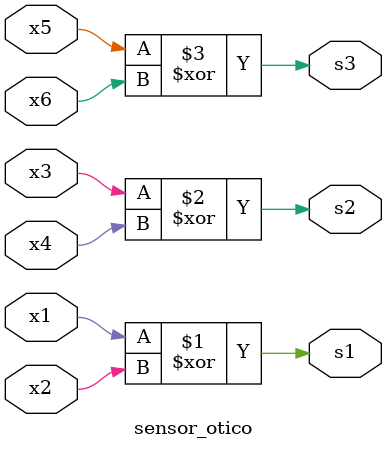
<source format=v>
module sensor_otico(
	input x1, x2, x3, x4, x5, x6,
	output s1, s2, s3
);

assign s1 = (x1 ^ x2);
assign s2 = (x3 ^ x4);
assign s3 = (x5 ^ x6);
endmodule
</source>
